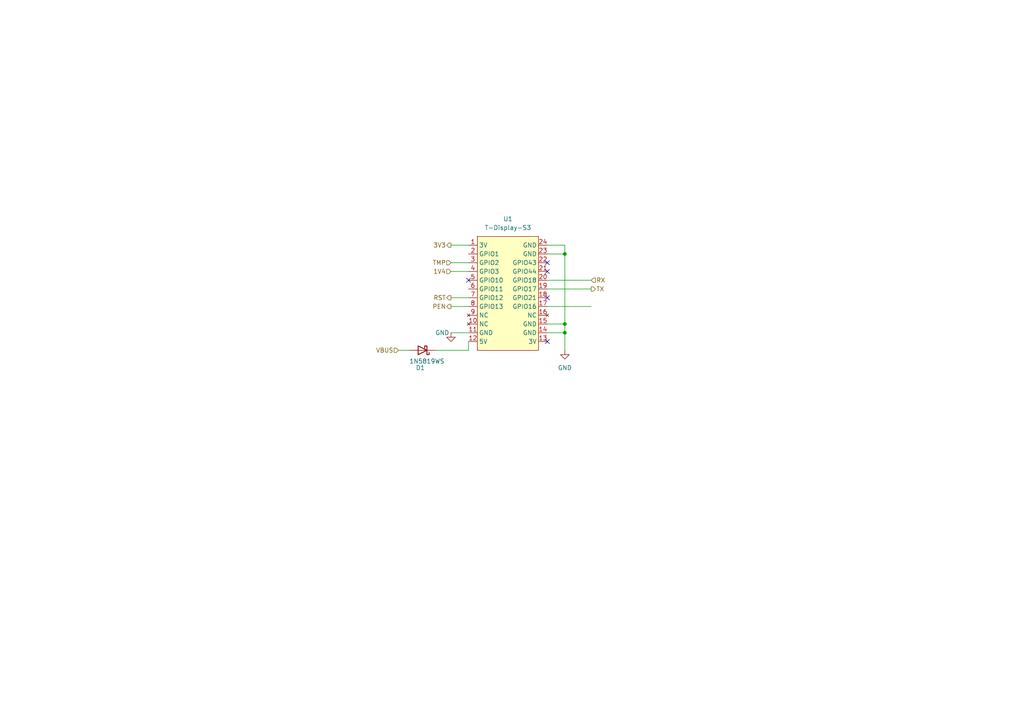
<source format=kicad_sch>
(kicad_sch (version 20231120) (generator "eeschema") (generator_version "8.0")
  (paper "A4")
  (title_block (title "NerdNOS") (date "2024-04-05") (rev "1"))
  (lib_symbols
    (symbol "Diode:1N5819WS" (pin_numbers hide) (pin_names (offset 1.016) hide)
      (property "Reference" "D" (at 0 2.54 0))
      (property "Value" "1N5819WS" (at 0 -2.54 0))
      (symbol "1N5819WS_0_1"
        (polyline (pts (xy 1.27 0) (xy -1.27 0)))
        (polyline (pts (xy 1.27 1.27) (xy 1.27 -1.27) (xy -1.27 0) (xy 1.27 1.27)) (stroke (width 0.254)))
        (polyline (pts (xy -1.905 0.635) (xy -1.905 1.27) (xy -1.27 1.27) (xy -1.27 -1.27) (xy -0.635 -1.27) (xy -0.635 -0.635)) (stroke (width 0.254)))
      )
      (symbol "1N5819WS_1_1"
        (pin passive line (at -3.81 0 0) (length 2.54) (name "K") (number "1"))
        (pin passive line (at 3.81 0 180) (length 2.54) (name "A") (number "2"))
      )
    )
    (symbol "GND_2" (power) (pin_numbers hide) (pin_names (offset 0) hide)
      (property "Value" "GND" (at 0 -3.81 0))
      (symbol "GND_2_0_1"
        (polyline (pts (xy 0 0) (xy 0 -1.27) (xy 1.27 -1.27) (xy 0 -2.54) (xy -1.27 -1.27) (xy 0 -1.27)))
      )
      (symbol "GND_2_1_1"
        (pin power_in line (at 0 0 270) (length 0) (name "~") (number "1"))
      )
    )
    (symbol "GND_3" (power) (pin_numbers hide) (pin_names (offset 0) hide)
      (property "Value" "GND" (at 0 -3.81 0))
      (symbol "GND_3_0_1"
        (polyline (pts (xy 0 0) (xy 0 -1.27) (xy 1.27 -1.27) (xy 0 -2.54) (xy -1.27 -1.27) (xy 0 -1.27)))
      )
      (symbol "GND_3_1_1"
        (pin power_in line (at 0 0 270) (length 0) (name "~") (number "1"))
      )
    )
    (symbol "bitaxe:T-Display-S3"
      (property "Reference" "U" (at -21.59 -1.27 0))
      (property "Value" "T-Display-S3" (at -11.43 -36.83 0))
      (symbol "T-Display-S3_1_0"
        (pin power_in line (at -25.4 -5.08 0) (length 2.54) (name "3V") (number "1"))
        (pin no_connect line (at -25.4 -27.94 0) (length 2.54) (name "NC") (number "10"))
        (pin power_in line (at -25.4 -30.48 0) (length 2.54) (name "GND") (number "11"))
        (pin power_in line (at -25.4 -33.02 0) (length 2.54) (name "5V") (number "12"))
        (pin power_in line (at -2.54 -33.02 180) (length 2.54) (name "3V") (number "13"))
        (pin power_in line (at -2.54 -30.48 180) (length 2.54) (name "GND") (number "14"))
        (pin power_in line (at -2.54 -27.94 180) (length 2.54) (name "GND") (number "15"))
        (pin no_connect line (at -2.54 -25.4 180) (length 2.54) (name "NC") (number "16"))
        (pin bidirectional line (at -2.54 -22.86 180) (length 2.54) (name "GPIO16") (number "17"))
        (pin bidirectional line (at -2.54 -20.32 180) (length 2.54) (name "GPIO21") (number "18"))
        (pin bidirectional line (at -2.54 -17.78 180) (length 2.54) (name "GPIO17") (number "19"))
        (pin bidirectional line (at -25.4 -7.62 0) (length 2.54) (name "GPIO1") (number "2"))
        (pin bidirectional line (at -2.54 -15.24 180) (length 2.54) (name "GPIO18") (number "20"))
        (pin bidirectional line (at -25.4 -10.16 0) (length 2.54) (name "GPIO2") (number "3"))
        (pin bidirectional line (at -25.4 -12.7 0) (length 2.54) (name "GPIO3") (number "4"))
        (pin bidirectional line (at -25.4 -15.24 0) (length 2.54) (name "GPIO10") (number "5"))
        (pin input line (at -25.4 -17.78 0) (length 2.54) (name "GPIO11") (number "6"))
        (pin bidirectional line (at -25.4 -20.32 0) (length 2.54) (name "GPIO12") (number "7"))
        (pin bidirectional line (at -25.4 -22.86 0) (length 2.54) (name "GPIO13") (number "8"))
        (pin no_connect line (at -25.4 -25.4 0) (length 2.54) (name "NC") (number "9"))
      )
      (symbol "T-Display-S3_1_1"
        (rectangle (start -22.86 -2.54) (end -5.08 -35.56) (fill (type background)))
        (pin bidirectional line (at -2.54 -12.7 180) (length 2.54) (name "GPIO44") (number "21"))
        (pin bidirectional line (at -2.54 -10.16 180) (length 2.54) (name "GPIO43") (number "22"))
        (pin power_in line (at -2.54 -7.62 180) (length 2.54) (name "GND") (number "23"))
        (pin power_in line (at -2.54 -5.08 180) (length 2.54) (name "GND") (number "24"))
      )
    )
  )
  (junction (at 163.83 73.66))
  (junction (at 163.83 96.52))
  (junction (at 163.83 93.98))
  (no_connect (at 158.75 86.36))
  (no_connect (at 158.75 76.2))
  (no_connect (at 158.75 78.74))
  (no_connect (at 158.75 99.06))
  (no_connect (at 135.89 81.28))
  (wire (pts (xy 158.75 93.98) (xy 163.83 93.98)))
  (wire (pts (xy 158.75 96.52) (xy 163.83 96.52)))
  (wire (pts (xy 130.81 78.74) (xy 135.89 78.74)))
  (wire (pts (xy 163.83 96.52) (xy 163.83 101.6)))
  (wire (pts (xy 158.75 71.12) (xy 163.83 71.12)))
  (wire (pts (xy 163.83 73.66) (xy 163.83 93.98)))
  (wire (pts (xy 158.75 88.9) (xy 171.45 88.9)))
  (wire (pts (xy 135.89 101.6) (xy 135.89 99.06)))
  (wire (pts (xy 163.83 93.98) (xy 163.83 96.52)))
  (wire (pts (xy 130.81 88.9) (xy 135.89 88.9)))
  (wire (pts (xy 158.75 81.28) (xy 171.45 81.28)))
  (wire (pts (xy 126.365 101.6) (xy 135.89 101.6)))
  (wire (pts (xy 130.81 76.2) (xy 135.89 76.2)))
  (wire (pts (xy 135.89 96.52) (xy 130.81 96.52)))
  (wire (pts (xy 130.81 71.12) (xy 135.89 71.12)))
  (wire (pts (xy 130.81 86.36) (xy 135.89 86.36)))
  (wire (pts (xy 115.57 101.6) (xy 118.745 101.6)))
  (wire (pts (xy 163.83 71.12) (xy 163.83 73.66)))
  (wire (pts (xy 158.75 83.82) (xy 171.45 83.82)))
  (wire (pts (xy 158.75 73.66) (xy 163.83 73.66)))
  (hierarchical_label "TX" (shape output) (at 171.45 83.82 0))
  (hierarchical_label "TMP" (shape input) (at 130.81 76.2 180))
  (hierarchical_label "RX" (shape input) (at 171.45 81.28 0))
  (hierarchical_label "RST" (shape output) (at 130.81 86.36 180))
  (hierarchical_label "VBUS" (shape input) (at 115.57 101.6 180))
  (hierarchical_label "3V3" (shape output) (at 130.81 71.12 180))
  (hierarchical_label "1V4" (shape input) (at 130.81 78.74 180))
  (hierarchical_label "PEN" (shape output) (at 130.81 88.9 180))
  (symbol (lib_id "bitaxe:T-Display-S3") (at 161.29 66.04 0) (unit 1)
    (property "Reference" "U1" (at 147.32 63.5 0))
    (property "Value" "T-Display-S3" (at 147.32 66.04 0))
    (property "Footprint" "myfootprints:T-Display-S3-friction-fit" (effects (hide yes)))
    (property "Distributor" "X" (effects (hide yes)))
  )
  (symbol (lib_id "Diode:1N5819WS") (at 122.555 101.6 180) (unit 1)
    (property "Reference" "D1" (at 121.92 106.68 0))
    (property "Value" "1N5819WS" (at 123.825 104.775 0))
    (property "Footprint" "Diode_SMD:D_SOD-123" (effects (hide yes)))
    (property "Datasheet" "https://datasheet.lcsc.com/lcsc/2204281430_Guangdong-Hottech-1N5819WS_C191023.pdf" (effects (hide yes)))
    (property "Description" "40V 600mV@1A 1A SOD-323 Schottky Barrier Diodes, SOD-323" (effects (hide yes)))
    (property "DK" "5375-1N5819-MLTR-ND" (effects (hide yes)))
  )
  (symbol (lib_name "GND_3") (lib_id "power:GND") (at 163.83 101.6 0) (unit 1)
    (property "Reference" "#PWR020" (effects (hide yes)))
    (property "Value" "GND" (at 163.83 106.68 0))
    (property "Description" "Power symbol creates a global label with name \"GND\" , ground" (effects (hide yes)))
  )
  (symbol (lib_name "GND_2") (lib_id "power:GND") (at 130.81 96.52 0) (unit 1)
    (property "Reference" "#PWR019" (effects (hide yes)))
    (property "Value" "GND" (at 128.27 96.52 0))
    (property "Description" "Power symbol creates a global label with name \"GND\" , ground" (effects (hide yes)))
  )
)
</source>
